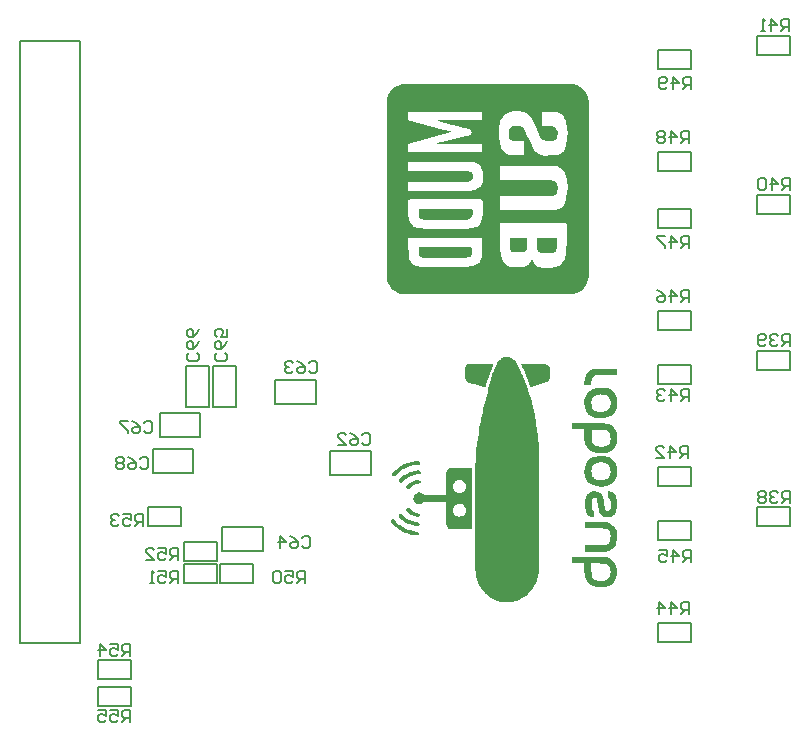
<source format=gbo>
G04*
G04 #@! TF.GenerationSoftware,Altium Limited,Altium Designer,19.1.9 (167)*
G04*
G04 Layer_Color=32896*
%FSLAX25Y25*%
%MOIN*%
G70*
G01*
G75*
%ADD12C,0.00787*%
%ADD14C,0.00700*%
G36*
X204004Y117696D02*
X196967D01*
X196597Y117604D01*
X196319Y117511D01*
X195856Y117141D01*
X195671Y116863D01*
Y116678D01*
X195486Y115937D01*
X195300Y115197D01*
X195208Y114641D01*
Y114456D01*
X192986D01*
Y115197D01*
X193078Y116122D01*
X193263Y117048D01*
X193356Y117326D01*
X193449Y117604D01*
X193541Y117789D01*
Y117882D01*
X194097Y118715D01*
X194745Y119271D01*
X195300Y119548D01*
X195393Y119641D01*
X195486D01*
X196134Y119826D01*
X196689Y119919D01*
X197060D01*
X197245D01*
X204004D01*
Y117696D01*
D02*
G37*
G36*
X180301Y121400D02*
X180671Y121215D01*
X180949Y120937D01*
X181134Y120659D01*
X181412Y120104D01*
Y116771D01*
X181227Y116215D01*
X180949Y115752D01*
X180671Y115567D01*
X180486Y115474D01*
X179838Y115289D01*
X179653Y115197D01*
X179560D01*
X175208Y113900D01*
X174931Y113808D01*
X174838Y113900D01*
X174746Y113993D01*
Y114085D01*
X172708Y119548D01*
X172338Y120289D01*
X172153Y120937D01*
X171968Y121308D01*
X171875Y121493D01*
X171968D01*
X179745D01*
X180301Y121400D01*
D02*
G37*
G36*
X157616Y121493D02*
X158820D01*
X159931D01*
X160857D01*
X161505D01*
X161968D01*
X162153D01*
X162431D01*
X162524D01*
X162616D01*
X162431Y121030D01*
X162061Y119919D01*
X161690Y118993D01*
X161598Y118622D01*
X161505Y118345D01*
X161413Y118159D01*
Y118067D01*
X160857Y116585D01*
X160487Y115382D01*
X160301Y114826D01*
X160209Y114456D01*
X160116Y114178D01*
Y114085D01*
X160024Y113808D01*
X159838D01*
X159653D01*
X159561D01*
X157431Y114363D01*
X156413Y114641D01*
X155487Y114919D01*
X155209Y115011D01*
X154931Y115104D01*
X154746Y115197D01*
X154654D01*
X154191Y115382D01*
X153820Y115659D01*
X153542Y115937D01*
X153357Y116215D01*
X153172Y116771D01*
Y116956D01*
X153079Y117882D01*
Y120196D01*
X153265Y120567D01*
X153450Y120844D01*
X153542Y120937D01*
X154005Y121308D01*
X154468Y121493D01*
X154746Y121585D01*
X154931D01*
X157616Y121493D01*
D02*
G37*
G36*
X199837Y113437D02*
X200393D01*
X200671Y113345D01*
X200763D01*
X201597Y113067D01*
X202245Y112604D01*
X202708Y112048D01*
X203078Y111585D01*
X203356Y111123D01*
X203541Y110660D01*
X203726Y110382D01*
Y110289D01*
X203911Y109641D01*
X204004Y108900D01*
Y107789D01*
X203911Y107326D01*
Y106956D01*
X203819Y106771D01*
Y106678D01*
X203634Y106030D01*
X203263Y105475D01*
X202615Y104641D01*
X201967Y104178D01*
X201782Y103993D01*
X201689D01*
X200578Y103623D01*
X199560Y103438D01*
X199189Y103345D01*
X198911D01*
X198726D01*
X198634D01*
X197800D01*
X197152Y103438D01*
X196689Y103530D01*
X196504D01*
X195763Y103715D01*
X195115Y104086D01*
X194560Y104549D01*
X194097Y104919D01*
X193819Y105382D01*
X193634Y105752D01*
X193449Y106030D01*
Y106123D01*
X193171Y106863D01*
X193078Y107604D01*
X192986Y108252D01*
Y109641D01*
X193078Y109919D01*
Y110011D01*
X193356Y110845D01*
X193819Y111493D01*
X194282Y112048D01*
X194837Y112511D01*
X195300Y112789D01*
X195671Y112974D01*
X195949Y113160D01*
X196041D01*
X196874Y113345D01*
X197708Y113530D01*
X198541D01*
X199282D01*
X199837Y113437D01*
D02*
G37*
G36*
X199560Y101771D02*
X200485Y101586D01*
X200856D01*
X201134Y101493D01*
X201319Y101401D01*
X201411D01*
X201967Y101030D01*
X202522Y100660D01*
X202893Y100197D01*
X203263Y99734D01*
X203448Y99364D01*
X203634Y98993D01*
X203726Y98808D01*
Y98716D01*
X203911Y98067D01*
X204004Y97327D01*
Y96216D01*
X203911Y95753D01*
Y95382D01*
X203819Y95197D01*
Y95104D01*
X203541Y94364D01*
X203171Y93716D01*
X202800Y93160D01*
X202337Y92790D01*
X201967Y92512D01*
X201597Y92327D01*
X201319Y92142D01*
X201226D01*
X200208Y91864D01*
X199189Y91679D01*
X198263D01*
X197430Y91771D01*
X196782Y91864D01*
X196226Y91956D01*
X195856Y92142D01*
X195763D01*
X195300Y92327D01*
X194837Y92605D01*
X194189Y93160D01*
X193819Y93716D01*
X193727Y93808D01*
Y93901D01*
X193263Y94919D01*
X193078Y95845D01*
X192986Y96216D01*
Y99641D01*
X188819D01*
Y101864D01*
X198449D01*
X199560Y101771D01*
D02*
G37*
G36*
X137802Y88994D02*
X138080Y88716D01*
X138265Y88531D01*
Y88438D01*
X138080Y88068D01*
X137802Y87883D01*
X137524Y87790D01*
X137339D01*
X136228Y87697D01*
X134839Y87327D01*
X133635Y86864D01*
X132525Y86308D01*
X131599Y85660D01*
X130858Y85105D01*
X130395Y84642D01*
X130025Y84272D01*
X129932Y84179D01*
X129562Y83994D01*
X129284D01*
X129099D01*
X129006Y84086D01*
X128728Y84364D01*
Y84920D01*
X128821Y85012D01*
X129469Y85660D01*
X130117Y86216D01*
X130488Y86586D01*
X130673Y86771D01*
X131784Y87512D01*
X132895Y88068D01*
X134006Y88438D01*
X135024Y88716D01*
X135858Y88901D01*
X136506Y88994D01*
X136969Y89086D01*
X137154D01*
X137247D01*
X137802Y88994D01*
D02*
G37*
G36*
X137895Y85846D02*
X138080Y85753D01*
X138172Y85660D01*
X138265D01*
X138358Y85475D01*
Y85197D01*
X138080Y84920D01*
X137802Y84827D01*
X137524Y84734D01*
X137432D01*
X136969Y84642D01*
X136506Y84549D01*
X136228Y84457D01*
X136135D01*
X135302Y84179D01*
X134561Y83808D01*
X133913Y83438D01*
X133358Y82975D01*
X132895Y82605D01*
X132525Y82327D01*
X132339Y82142D01*
X132247Y82049D01*
X131876Y81864D01*
X131691D01*
X131506Y81957D01*
X131413Y82049D01*
X131228Y82327D01*
Y82790D01*
X131321Y82883D01*
X131969Y83623D01*
X132802Y84364D01*
X133728Y84920D01*
X134654Y85290D01*
X135395Y85568D01*
X136135Y85753D01*
X136691Y85846D01*
X137154Y85938D01*
X137247D01*
X137709D01*
X137895Y85846D01*
D02*
G37*
G36*
X199652Y90660D02*
X200115D01*
X200485Y90568D01*
X200578D01*
X201319Y90382D01*
X201967Y90012D01*
X202522Y89549D01*
X202893Y89086D01*
X203263Y88716D01*
X203448Y88345D01*
X203634Y88068D01*
Y87975D01*
X203819Y87234D01*
X203911Y86494D01*
X204004Y85846D01*
Y85197D01*
X203911Y84734D01*
Y84364D01*
X203819Y84086D01*
Y83994D01*
X203634Y83346D01*
X203263Y82790D01*
X202893Y82327D01*
X202615Y81957D01*
X201967Y81494D01*
X201782Y81309D01*
X201689D01*
X200485Y80846D01*
X199467Y80660D01*
X199097Y80568D01*
X198726D01*
X198541D01*
X198449D01*
X197060Y80753D01*
X195949Y80938D01*
X195115Y81309D01*
X194560Y81679D01*
X194467Y81772D01*
X194375Y81864D01*
X193819Y82512D01*
X193541Y83068D01*
X193356Y83531D01*
X193263Y83623D01*
Y83716D01*
X193078Y84457D01*
X192986Y85197D01*
Y85938D01*
X193078Y86586D01*
X193171Y87142D01*
X193263Y87512D01*
X193356Y87697D01*
X193541Y88345D01*
X193912Y88901D01*
X194282Y89364D01*
X194652Y89734D01*
X195023Y90012D01*
X195393Y90197D01*
X195578Y90382D01*
X195671D01*
X196597Y90568D01*
X197430Y90753D01*
X198263D01*
X199004D01*
X199652Y90660D01*
D02*
G37*
G36*
X137987Y82697D02*
X138172Y82512D01*
X138358Y82327D01*
Y82235D01*
X138265Y81864D01*
X137987Y81679D01*
X137709Y81586D01*
X137617D01*
X136784Y81401D01*
X136043Y81123D01*
X135580Y80753D01*
X135395Y80660D01*
X134654Y79920D01*
X134284Y79735D01*
X134006Y79827D01*
X133821Y79920D01*
X133728Y80012D01*
X133543Y80290D01*
Y80475D01*
X133635Y80660D01*
X133728Y80753D01*
X134284Y81401D01*
X134932Y81864D01*
X135580Y82235D01*
X136135Y82420D01*
X136691Y82605D01*
X137154Y82697D01*
X137432Y82790D01*
X137524D01*
X137987Y82697D01*
D02*
G37*
G36*
X155579Y66402D02*
X148172D01*
X147709Y66587D01*
X147617Y66679D01*
X147524D01*
X147061Y67327D01*
X146783Y67976D01*
X146691Y68439D01*
Y75568D01*
X146598D01*
X139839D01*
X139561Y75475D01*
X139469D01*
X138913Y75012D01*
X138358Y74827D01*
X137987Y74735D01*
X137802D01*
X137061Y74920D01*
X136598Y75290D01*
X136321Y75661D01*
X136228Y75753D01*
Y75846D01*
X136043Y76216D01*
X135950Y76494D01*
X136043Y77142D01*
X136135Y77512D01*
X136228Y77698D01*
X136691Y78161D01*
X137247Y78438D01*
X137617Y78623D01*
X137709D01*
X137802D01*
X138450Y78531D01*
X138913Y78346D01*
X139284Y78068D01*
X139376Y77975D01*
X139654Y77790D01*
X139839Y77698D01*
X139932D01*
X140024D01*
X146691D01*
Y84549D01*
X146876Y85105D01*
X146968Y85475D01*
X147061Y85846D01*
X147154Y85938D01*
X147432Y86494D01*
X147894Y86771D01*
X148172Y86864D01*
X148357D01*
X155209D01*
X155487D01*
X155579D01*
Y66402D01*
D02*
G37*
G36*
X201967Y78809D02*
X202337Y78716D01*
X202522Y78623D01*
X203078Y78161D01*
X203356Y77605D01*
X203541Y77142D01*
X203634Y76957D01*
X203911Y75661D01*
Y73994D01*
X203819Y73624D01*
Y73346D01*
X203634Y72698D01*
X203448Y72142D01*
X203263Y71772D01*
X203171Y71587D01*
X202708Y71031D01*
X202245Y70753D01*
X201874Y70568D01*
X201782Y70476D01*
X201134Y70383D01*
X200578Y70290D01*
X200208Y70383D01*
X200023D01*
X199467Y70568D01*
X199004Y70753D01*
X198356Y71309D01*
X197986Y71864D01*
X197893Y71957D01*
Y72050D01*
X197708Y72975D01*
X197615Y73716D01*
X197523Y74272D01*
Y74457D01*
X197337Y76216D01*
X197245Y76494D01*
X197060Y76679D01*
X196782Y76864D01*
X196412D01*
X196319D01*
X195763Y76679D01*
X195486Y76401D01*
X195393Y76124D01*
Y73439D01*
X195578Y72975D01*
X195856Y72698D01*
X196134Y72513D01*
X196319D01*
Y70383D01*
X195763D01*
X195300Y70476D01*
X194560Y70846D01*
X194097Y71216D01*
X194004Y71309D01*
Y71402D01*
X193634Y72142D01*
X193356Y72883D01*
X193171Y73346D01*
Y73531D01*
X193078Y74642D01*
X193171Y75661D01*
X193263Y76031D01*
Y76309D01*
X193356Y76494D01*
Y76587D01*
X193541Y77142D01*
X193819Y77698D01*
X194004Y78068D01*
X194097Y78161D01*
X194560Y78531D01*
X195023Y78809D01*
X195393Y78994D01*
X195486D01*
X195578D01*
X195949D01*
X196319D01*
X196597D01*
X196689D01*
X197245Y78901D01*
X197615Y78809D01*
X198263Y78438D01*
X198726Y78068D01*
X198819Y77883D01*
X199189Y76957D01*
X199467Y76216D01*
X199560Y75568D01*
Y75383D01*
X199745Y73253D01*
X200023Y72790D01*
X200300Y72605D01*
X200671Y72513D01*
X200763D01*
X201134Y72605D01*
X201319Y72698D01*
X201597Y73161D01*
X201689Y73531D01*
Y73716D01*
X201782Y75475D01*
X201689Y75846D01*
X201597Y76216D01*
X201226Y76679D01*
X200949Y76864D01*
X200763Y76957D01*
Y78994D01*
X201411D01*
X201967Y78809D01*
D02*
G37*
G36*
X134747Y73346D02*
X134839Y73161D01*
X134932D01*
X135580Y72605D01*
X136228Y72142D01*
X136876Y71864D01*
X137339Y71772D01*
X137432D01*
X137524D01*
X137895Y71587D01*
X137987Y71494D01*
X138080D01*
X138172Y71309D01*
Y71031D01*
X137987Y70753D01*
X137709Y70661D01*
X137432Y70568D01*
X137339D01*
X136413Y70753D01*
X135302Y71216D01*
X134469Y71772D01*
X133913Y72327D01*
X133821Y72420D01*
X133728Y72513D01*
X133635Y72790D01*
Y72975D01*
X133728Y73161D01*
Y73253D01*
X133913Y73439D01*
X134098Y73531D01*
X134191D01*
X134284D01*
X134747Y73346D01*
D02*
G37*
G36*
X131969Y71494D02*
X132154Y71402D01*
X132247Y71309D01*
X133080Y70476D01*
X133913Y69920D01*
X134469Y69457D01*
X134654Y69365D01*
X134747D01*
X135672Y68994D01*
X136506Y68809D01*
X136876Y68716D01*
X137061Y68624D01*
X137247D01*
X137339D01*
X137802Y68439D01*
X137987Y68253D01*
X138080Y68068D01*
Y67976D01*
X137895Y67605D01*
X137524Y67513D01*
X137247Y67420D01*
X137061D01*
X136876D01*
X135672Y67698D01*
X134561Y68068D01*
X133543Y68531D01*
X132802Y69087D01*
X132154Y69550D01*
X131599Y70013D01*
X131321Y70290D01*
X131228Y70383D01*
X131136Y70661D01*
Y71031D01*
X131228Y71402D01*
X131321Y71494D01*
X131691Y71587D01*
X131969Y71494D01*
D02*
G37*
G36*
X129654Y69550D02*
X129747Y69457D01*
X130302Y68809D01*
X130858Y68253D01*
X131321Y67883D01*
X131413Y67791D01*
X131506D01*
X132432Y67142D01*
X133358Y66587D01*
X134376Y66216D01*
X135210Y65939D01*
X136043Y65754D01*
X136598Y65661D01*
X136969Y65568D01*
X137154D01*
X137524Y65383D01*
X137617Y65198D01*
X137709D01*
X137802Y65013D01*
X137895Y64828D01*
X137802Y64735D01*
X137339Y64365D01*
X137154Y64272D01*
X136969D01*
X136876D01*
X136784D01*
X136043Y64365D01*
X135395Y64457D01*
X134932Y64550D01*
X134747Y64642D01*
X133450Y65013D01*
X132432Y65476D01*
X131969Y65754D01*
X131691Y65939D01*
X131506Y66031D01*
X131413Y66124D01*
X130302Y66957D01*
X129469Y67698D01*
X129099Y67976D01*
X128821Y68253D01*
X128728Y68346D01*
X128636Y68439D01*
X128451Y68901D01*
Y69272D01*
X128543Y69457D01*
X128636Y69550D01*
X129099Y69642D01*
X129469D01*
X129654Y69550D01*
D02*
G37*
G36*
X199374Y68809D02*
X199930Y68716D01*
X200300Y68624D01*
X200485D01*
X201134Y68439D01*
X201689Y68161D01*
X202522Y67513D01*
X203078Y66957D01*
X203171Y66772D01*
X203263Y66679D01*
X203726Y65754D01*
X203911Y64920D01*
X204004Y64550D01*
Y63346D01*
X203911Y62698D01*
X203634Y61680D01*
X203448Y61309D01*
X203356Y61031D01*
X203171Y60846D01*
Y60754D01*
X202708Y60198D01*
X202152Y59735D01*
X201597Y59365D01*
X201134Y59180D01*
X200671Y58994D01*
X200300Y58902D01*
X200023D01*
X199930D01*
X197523Y58809D01*
X196412D01*
X195486D01*
X194652D01*
X194004D01*
X193634D01*
X193449D01*
X193171Y58994D01*
X193078Y59087D01*
Y60939D01*
X196319D01*
X197523D01*
X198634D01*
X199004Y61031D01*
X199374D01*
X199560D01*
X199652D01*
X200300Y61124D01*
X200671Y61309D01*
X200949Y61494D01*
X201041Y61587D01*
X201319Y62050D01*
X201504Y62513D01*
X201597Y62883D01*
Y63068D01*
X201689Y64365D01*
X201597Y64920D01*
X201504Y65383D01*
X201411Y65661D01*
X201319Y65754D01*
X201041Y66124D01*
X200671Y66309D01*
X200393Y66494D01*
X200300D01*
X199652Y66587D01*
X199097Y66679D01*
X198634D01*
X198449D01*
X196504D01*
X195578D01*
X194745D01*
X194097D01*
X193541D01*
X193171D01*
X193078D01*
Y68253D01*
X193171Y68624D01*
X193356Y68809D01*
X193634Y68901D01*
X193727D01*
X198726D01*
X199374Y68809D01*
D02*
G37*
G36*
X199745Y57050D02*
X200300Y56957D01*
X200393D01*
X200485D01*
X201319Y56680D01*
X201967Y56309D01*
X202522Y55846D01*
X202893Y55383D01*
X203263Y54921D01*
X203448Y54550D01*
X203634Y54272D01*
Y54180D01*
X203911Y52976D01*
Y51495D01*
X203819Y51217D01*
Y50939D01*
X203634Y50013D01*
X203263Y49273D01*
X202800Y48624D01*
X202337Y48161D01*
X201874Y47791D01*
X201504Y47606D01*
X201226Y47421D01*
X201134D01*
X199652Y47050D01*
X198911D01*
X198356Y46958D01*
X197800D01*
X197430Y47050D01*
X197152D01*
X197060D01*
X196041Y47328D01*
X195300Y47698D01*
X194745Y48069D01*
X194652Y48161D01*
X194560Y48254D01*
X193819Y48995D01*
X193356Y49735D01*
X193171Y50291D01*
X193078Y50476D01*
Y51587D01*
X192986Y52050D01*
Y55013D01*
X188819D01*
Y57050D01*
X198263Y57143D01*
X199097D01*
X199745Y57050D01*
D02*
G37*
G36*
X168820Y123437D02*
X169561Y122881D01*
X170023Y122419D01*
X170116Y122326D01*
X170209Y122233D01*
X170949Y120752D01*
X171598Y119456D01*
X171783Y118900D01*
X171968Y118530D01*
X172153Y118252D01*
Y118159D01*
X174097Y113160D01*
X174653Y111585D01*
X174931Y110845D01*
X175116Y110197D01*
X175301Y109641D01*
X175486Y109271D01*
X175579Y108993D01*
Y108900D01*
X175949Y107049D01*
X176134Y106215D01*
X176320Y105382D01*
X176412Y104734D01*
X176505Y104271D01*
X176597Y103901D01*
Y103808D01*
X176783Y102419D01*
X176968Y101215D01*
Y100752D01*
X177060Y100382D01*
Y100104D01*
X177708Y93623D01*
X177894Y90475D01*
X177986Y89364D01*
Y87512D01*
X177894Y80475D01*
Y53254D01*
X177801Y52698D01*
Y52143D01*
X177523Y50754D01*
X177245Y49550D01*
X177060Y48995D01*
X176875Y48624D01*
X176783Y48439D01*
Y48347D01*
X176320Y47421D01*
X175764Y46587D01*
X175208Y45939D01*
X174653Y45291D01*
X174190Y44736D01*
X173727Y44365D01*
X173449Y44180D01*
X173357Y44087D01*
X172246Y43347D01*
X171227Y42791D01*
X170857Y42606D01*
X170486Y42421D01*
X170301Y42328D01*
X170209D01*
X168820Y42050D01*
X167709Y41958D01*
X167246D01*
X166875D01*
X166690D01*
X166598D01*
X165301Y42143D01*
X164283Y42421D01*
X163820Y42513D01*
X163542Y42699D01*
X163357Y42791D01*
X163264D01*
X161783Y43532D01*
X161227Y43995D01*
X160672Y44365D01*
X160209Y44736D01*
X159931Y45106D01*
X159746Y45291D01*
X159653Y45384D01*
X159098Y46032D01*
X158635Y46680D01*
X158357Y47050D01*
X158265Y47236D01*
X157616Y48439D01*
X157246Y49643D01*
X156876Y50846D01*
X156691Y51958D01*
X156598Y52791D01*
X156505Y53532D01*
Y81309D01*
X156598Y86494D01*
X156783Y90475D01*
Y91216D01*
X156876Y91956D01*
X156968Y92419D01*
Y92605D01*
X157709Y98345D01*
X157987Y100104D01*
X158172Y100938D01*
X158265Y101678D01*
X158357Y102234D01*
X158450Y102697D01*
X158542Y103067D01*
Y103160D01*
X159005Y105567D01*
X159283Y106586D01*
X159561Y107604D01*
X159746Y108438D01*
X159838Y109086D01*
X160024Y109456D01*
Y109641D01*
X160672Y112048D01*
X160950Y113160D01*
X161227Y114178D01*
X161413Y115011D01*
X161598Y115659D01*
X161783Y116030D01*
Y116215D01*
X162338Y118252D01*
X162709Y119178D01*
X163079Y120011D01*
X163357Y120659D01*
X163635Y121122D01*
X163727Y121493D01*
X163820Y121585D01*
X164283Y122326D01*
X164838Y122881D01*
X165209Y123252D01*
X165301Y123345D01*
X165394D01*
X165857Y123622D01*
X166320Y123807D01*
X167060Y123900D01*
X167709D01*
X167801D01*
X167894D01*
X168820Y123437D01*
D02*
G37*
G36*
X190580Y214311D02*
X191034Y214117D01*
X191422Y213922D01*
X191747Y213728D01*
X192006Y213598D01*
X192135Y213533D01*
X192200Y213469D01*
X192589Y213145D01*
X192978Y212756D01*
X193497Y211978D01*
X193626Y211589D01*
X193756Y211330D01*
X193885Y211135D01*
Y211071D01*
X194080Y210422D01*
X194209Y209904D01*
X194274Y209450D01*
X194339Y209386D01*
Y150279D01*
X194080Y149307D01*
X193821Y148529D01*
X193691Y148205D01*
X193561Y147946D01*
X193497Y147816D01*
Y147751D01*
X192978Y146909D01*
X192459Y146326D01*
X192071Y146001D01*
X191941Y145872D01*
X191876D01*
X191098Y145418D01*
X190321Y145094D01*
X189997Y144964D01*
X189737Y144900D01*
X189608Y144835D01*
X189543D01*
X131927D01*
X130825Y145224D01*
X130371Y145418D01*
X129983Y145677D01*
X129723Y145807D01*
X129464Y146001D01*
X129335Y146066D01*
X129270Y146131D01*
X128557Y146844D01*
X128038Y147622D01*
X127844Y147946D01*
X127714Y148205D01*
X127585Y148399D01*
Y148464D01*
X127261Y149566D01*
Y210034D01*
X127520Y210876D01*
X127844Y211654D01*
X128038Y211913D01*
X128103Y212108D01*
X128233Y212237D01*
Y212302D01*
X128816Y213015D01*
X129399Y213533D01*
X129659Y213728D01*
X129918Y213858D01*
X130048Y213987D01*
X130112D01*
X130760Y214246D01*
X131344Y214506D01*
X131732Y214635D01*
X131797Y214700D01*
X131862D01*
X137241D01*
X142621D01*
X147870D01*
X153055D01*
X158045D01*
X162777D01*
X165045D01*
X167313D01*
X169452D01*
X171526D01*
X173470D01*
X175415D01*
X177164D01*
X178914D01*
X180470D01*
X181960D01*
X183321D01*
X184553D01*
X185719D01*
X186691D01*
X187534D01*
X188247D01*
X188830D01*
X189219D01*
X189478D01*
X189543D01*
X190580Y214311D01*
D02*
G37*
%LPC*%
G36*
X198541Y111308D02*
X198449D01*
X197708Y111215D01*
X197060Y111030D01*
X196689Y110937D01*
X196504Y110845D01*
X195856Y110382D01*
X195578Y109826D01*
X195393Y109456D01*
Y109271D01*
X195300Y108530D01*
X195393Y107882D01*
X195486Y107419D01*
Y107234D01*
X195671Y106771D01*
X195949Y106308D01*
X196226Y106030D01*
X196597Y105845D01*
X197152Y105660D01*
X197245Y105567D01*
X197337D01*
X198263Y105475D01*
X199189Y105567D01*
X199467Y105660D01*
X199745D01*
X199930Y105752D01*
X200023D01*
X200485Y105938D01*
X200856Y106123D01*
X201319Y106678D01*
X201504Y107234D01*
X201597Y107326D01*
Y107419D01*
X201689Y108252D01*
Y108900D01*
X201597Y109456D01*
X201504Y109549D01*
Y109641D01*
X201319Y110104D01*
X201041Y110475D01*
X200393Y110937D01*
X199930Y111123D01*
X199745Y111215D01*
X199652D01*
X199189D01*
X198819D01*
X198541Y111308D01*
D02*
G37*
G36*
X198078Y99549D02*
X197430D01*
X196689D01*
X196226D01*
X195763D01*
X195486D01*
X195393D01*
Y95938D01*
X195486Y95382D01*
X195671Y95012D01*
X196041Y94642D01*
X196319Y94364D01*
X197060Y94086D01*
X197245Y93993D01*
X197337D01*
X198356Y93808D01*
X199189Y93901D01*
X199560Y93993D01*
X199837D01*
X199930Y94086D01*
X200023D01*
X200763Y94364D01*
X201134Y94827D01*
X201411Y95197D01*
X201504Y95290D01*
Y95382D01*
X201597Y95938D01*
X201689Y96493D01*
X201597Y97419D01*
Y97790D01*
X201504Y98067D01*
X201411Y98253D01*
Y98345D01*
X201226Y98716D01*
X200949Y98993D01*
X200393Y99271D01*
X199930Y99456D01*
X199837D01*
X199745D01*
X198078Y99549D01*
D02*
G37*
G36*
X198726Y88623D02*
X197800D01*
X197523Y88531D01*
X197245D01*
X197060Y88438D01*
X196967D01*
X196504Y88253D01*
X196134Y87975D01*
X195671Y87327D01*
X195486Y86771D01*
X195393Y86586D01*
Y86494D01*
X195300Y85846D01*
X195393Y85290D01*
X195486Y84920D01*
Y84734D01*
X195671Y84179D01*
X195856Y83808D01*
X196041Y83623D01*
X196134Y83531D01*
X196504Y83253D01*
X196874Y83068D01*
X197245Y82883D01*
X197430D01*
X197800Y82790D01*
X198171D01*
X198541D01*
X198634D01*
X199097D01*
X199560Y82883D01*
X199930Y82975D01*
X200023Y83068D01*
X200485Y83253D01*
X200856Y83438D01*
X201319Y83901D01*
X201504Y84364D01*
X201597Y84457D01*
Y84549D01*
X201689Y85475D01*
X201597Y86216D01*
X201504Y86771D01*
Y86957D01*
X201319Y87327D01*
X201134Y87697D01*
X200578Y88160D01*
X200023Y88438D01*
X199930Y88531D01*
X199837D01*
X198726Y88623D01*
D02*
G37*
G36*
X151505Y82790D02*
X151320D01*
X150672Y82697D01*
X150117Y82512D01*
X149839Y82327D01*
X149746Y82235D01*
X149376Y81772D01*
X149283Y81309D01*
X149191Y80938D01*
Y80105D01*
X149468Y79549D01*
X149654Y79179D01*
X149746Y79086D01*
X150209Y78716D01*
X150765Y78438D01*
X151228Y78346D01*
X151320D01*
X151413D01*
X151968Y78531D01*
X152431Y78716D01*
X152802Y78994D01*
X152894Y79086D01*
X153172Y79549D01*
X153357Y80105D01*
X153450Y80383D01*
Y80568D01*
X153357Y81216D01*
X153172Y81772D01*
X152987Y82142D01*
X152894Y82235D01*
X152431Y82512D01*
X151876Y82697D01*
X151505Y82790D01*
D02*
G37*
G36*
Y74920D02*
X151320D01*
X150672Y74827D01*
X150117Y74550D01*
X149839Y74364D01*
X149746Y74272D01*
X149376Y73716D01*
X149283Y73253D01*
X149191Y72883D01*
Y72698D01*
X149283Y72050D01*
X149468Y71587D01*
X149654Y71309D01*
X149746Y71216D01*
X150209Y70846D01*
X150765Y70661D01*
X151135Y70568D01*
X151228D01*
X151320D01*
X151968Y70661D01*
X152431Y70846D01*
X152802Y71031D01*
X152894Y71124D01*
X153172Y71587D01*
X153357Y72142D01*
X153450Y72605D01*
Y72790D01*
X153357Y73346D01*
X153172Y73809D01*
X152987Y74179D01*
X152894Y74272D01*
X152339Y74642D01*
X151876Y74827D01*
X151505Y74920D01*
D02*
G37*
G36*
X197893Y55013D02*
X197523D01*
X197245D01*
X197152D01*
X197060D01*
X196412D01*
X195856D01*
X195486D01*
X195300D01*
Y52513D01*
X195393Y52050D01*
Y51402D01*
X195486Y50846D01*
X195578Y50476D01*
X196134Y49828D01*
X196597Y49458D01*
X196782Y49365D01*
X196874D01*
X197430Y49180D01*
X198078Y49087D01*
X199097Y49180D01*
X199467D01*
X199837Y49273D01*
X200023Y49365D01*
X200115D01*
X200856Y49735D01*
X201319Y50291D01*
X201504Y50846D01*
X201597Y50939D01*
Y51032D01*
X201689Y51958D01*
X201597Y52791D01*
X201504Y53439D01*
X201411Y53532D01*
Y53624D01*
X201134Y53995D01*
X200949Y54272D01*
X200393Y54643D01*
X199930Y54828D01*
X199745D01*
X198726Y54921D01*
X197893Y55013D01*
D02*
G37*
G36*
X158953Y205497D02*
X134260D01*
Y203747D01*
X134325Y203423D01*
Y202969D01*
X134390Y202840D01*
X134455Y202775D01*
X134519Y202710D01*
X134584D01*
X134908Y202580D01*
X135038Y202516D01*
X135103D01*
X146120Y199599D01*
X148583Y198951D01*
X148648Y198692D01*
X134325Y194933D01*
Y191952D01*
X158953D01*
Y194738D01*
X144046D01*
X143982Y195063D01*
X146704Y195711D01*
X148194Y196099D01*
X149620Y196488D01*
X150981Y196877D01*
X152213Y197136D01*
X153250Y197396D01*
X153638Y197525D01*
X154027Y197590D01*
X154351Y197655D01*
X154546Y197720D01*
X154675Y197785D01*
X154740D01*
X154999Y197914D01*
X155194Y198044D01*
X155323Y198368D01*
X155388Y198692D01*
Y198822D01*
X155323Y199210D01*
Y199405D01*
X155194Y199534D01*
X154999Y199664D01*
X154805Y199729D01*
X154740D01*
X152796Y200247D01*
X150916Y200701D01*
X149166Y201155D01*
X147546Y201544D01*
X146898Y201738D01*
X146250Y201932D01*
X145667Y202062D01*
X145213Y202192D01*
X144824Y202321D01*
X144565Y202386D01*
X144370Y202451D01*
X144306D01*
X144176Y202516D01*
X144111Y202580D01*
X144046Y202710D01*
Y202775D01*
X158953D01*
Y205497D01*
D02*
G37*
G36*
X171720Y205627D02*
X171396D01*
X171267D01*
X170489D01*
X169841D01*
X169582D01*
X169387D01*
X169257D01*
X169193D01*
X168221Y205497D01*
X167378Y205238D01*
X166730Y204849D01*
X166211Y204330D01*
X165823Y203877D01*
X165498Y203488D01*
X165369Y203229D01*
X165304Y203099D01*
X164980Y202192D01*
X164786Y201284D01*
X164656Y200442D01*
X164526Y199599D01*
Y197979D01*
X164591Y196488D01*
X164721Y195840D01*
X164850Y195257D01*
X164915Y194738D01*
X165045Y194350D01*
X165174Y193961D01*
X165239Y193702D01*
X165304Y193572D01*
Y193507D01*
X165758Y192665D01*
X166406Y192016D01*
X167054Y191563D01*
X167702Y191239D01*
X168285Y191109D01*
X168804Y190980D01*
X169128D01*
X169193D01*
X169257D01*
X172174D01*
X172304D01*
X172368Y191044D01*
X172433Y191109D01*
X172498Y191174D01*
X172628Y191239D01*
X172693Y191368D01*
Y195775D01*
X169841D01*
X169128Y195840D01*
X168609Y196035D01*
X168285Y196229D01*
X168221Y196294D01*
X167896Y196748D01*
X167767Y197331D01*
X167702Y197590D01*
Y198562D01*
X167767Y199081D01*
X167832Y199405D01*
Y199534D01*
X167961Y199923D01*
X168221Y200247D01*
X168480Y200442D01*
X168739Y200571D01*
X168998Y200701D01*
X169193Y200766D01*
X169322D01*
X169387D01*
X169646D01*
X170294D01*
X170878D01*
X171331D01*
X171655Y200701D01*
X171915Y200636D01*
X172109Y200571D01*
X172174Y200507D01*
X172239D01*
X172498Y200312D01*
X172757Y199988D01*
X173211Y199210D01*
X173405Y198822D01*
X173535Y198562D01*
X173600Y198303D01*
X173665Y198238D01*
X174442Y196488D01*
X174766Y195711D01*
X175090Y194998D01*
X175415Y194350D01*
X175609Y193896D01*
X175739Y193637D01*
X175803Y193507D01*
X176063Y192989D01*
X176322Y192600D01*
X176970Y191952D01*
X177683Y191433D01*
X178396Y191174D01*
X178979Y190980D01*
X179498Y190915D01*
X179886D01*
X179951D01*
X180016D01*
X181247Y190980D01*
X181831D01*
X182349D01*
X182738D01*
X183062D01*
X183321D01*
X183386D01*
X184164Y191109D01*
X184812Y191433D01*
X185330Y191757D01*
X185719Y192146D01*
X186043Y192535D01*
X186238Y192859D01*
X186367Y193118D01*
X186432Y193183D01*
X186756Y194090D01*
X186951Y194998D01*
X187145Y195840D01*
X187275Y196683D01*
X187339Y198368D01*
X187210Y199794D01*
X187145Y200442D01*
X187080Y201025D01*
X186951Y201544D01*
X186886Y201997D01*
X186756Y202386D01*
X186691Y202645D01*
X186627Y202775D01*
Y202840D01*
X186238Y203682D01*
X185719Y204330D01*
X185201Y204784D01*
X184553Y205173D01*
X184034Y205367D01*
X183581Y205497D01*
X183256Y205562D01*
X183127D01*
X181571D01*
X180859D01*
X180210D01*
X179627D01*
X179238D01*
X178914D01*
X178849D01*
Y200766D01*
X181895D01*
X182544Y200701D01*
X182997Y200507D01*
X183386Y200247D01*
X183645Y199923D01*
X183840Y199599D01*
X183969Y199275D01*
X184034Y199081D01*
Y198173D01*
X183969Y197525D01*
X183905Y197201D01*
Y197007D01*
X183840Y196877D01*
Y196812D01*
X183775Y196618D01*
X183645Y196424D01*
X183581Y196359D01*
X183516Y196294D01*
X183127Y196035D01*
X182608Y195840D01*
X182155Y195711D01*
X181701D01*
X181312Y195646D01*
X180988Y195711D01*
X180794D01*
X180729D01*
X180146Y195840D01*
X179627Y196035D01*
X179174Y196229D01*
X178849Y196488D01*
X178655Y196683D01*
X178461Y196877D01*
X178331Y197007D01*
Y197072D01*
X177553Y198822D01*
X177229Y199664D01*
X176905Y200377D01*
X176646Y200960D01*
X176451Y201479D01*
X176322Y201738D01*
X176257Y201868D01*
X175998Y202386D01*
X175739Y202840D01*
X175544Y203099D01*
X175479Y203229D01*
X175220Y203682D01*
X174896Y204071D01*
X174248Y204719D01*
X173535Y205108D01*
X172887Y205367D01*
X172239Y205562D01*
X171720Y205627D01*
D02*
G37*
G36*
X154870Y188906D02*
X154675D01*
X154611D01*
X154546D01*
X150852D01*
X147287D01*
X145602D01*
X143982D01*
X142426D01*
X140936D01*
X139639D01*
X138408D01*
X137371D01*
X136464D01*
X135751D01*
X135232D01*
X134908D01*
X134779D01*
X134455Y188841D01*
X134390D01*
X134325D01*
Y185860D01*
X152990D01*
X153574D01*
X154027Y185795D01*
X154416Y185730D01*
X154481D01*
X154546D01*
X154999Y185536D01*
X155388Y185276D01*
X155583Y185017D01*
X155777Y184693D01*
X155842Y184369D01*
X155907Y184110D01*
Y183850D01*
X155777Y183397D01*
X155583Y183008D01*
X155323Y182749D01*
X154999Y182554D01*
X154740Y182360D01*
X154481Y182295D01*
X154351Y182230D01*
X154286D01*
X153444D01*
X152796D01*
X152472D01*
X152277D01*
X152148D01*
X152083D01*
X134325D01*
Y179249D01*
X135362D01*
X138862D01*
X142232Y179184D01*
X143852D01*
X145407D01*
X146898D01*
X148259D01*
X149490D01*
X150657D01*
X151629D01*
X152472D01*
X153185D01*
X153638D01*
X153962D01*
X154092D01*
X155129Y179249D01*
X155583Y179314D01*
X155972Y179378D01*
X156296Y179508D01*
X156555Y179573D01*
X156749Y179638D01*
X156814D01*
X157462Y179962D01*
X158045Y180351D01*
X158434Y180869D01*
X158758Y181323D01*
X158953Y181776D01*
X159082Y182165D01*
X159147Y182425D01*
Y182489D01*
X159212Y183462D01*
X159277Y184369D01*
X159212Y184693D01*
Y185211D01*
X159147Y185730D01*
X158953Y186184D01*
X158564Y186961D01*
X158369Y187285D01*
X158175Y187545D01*
X158110Y187674D01*
X158045Y187739D01*
X157462Y188128D01*
X156944Y188452D01*
X156555Y188582D01*
X156490Y188646D01*
X156425D01*
X155712Y188776D01*
X155129Y188841D01*
X154870Y188906D01*
D02*
G37*
G36*
X183127Y187480D02*
X182997D01*
X179627D01*
X176387D01*
X174896D01*
X173405D01*
X171979D01*
X170683D01*
X169452D01*
X168350D01*
X167378D01*
X166600D01*
X165952D01*
X165434D01*
X165174D01*
X165045D01*
X164915Y187415D01*
X164850D01*
Y182619D01*
X181507D01*
X182025D01*
X182479Y182554D01*
X182738D01*
X182868D01*
X183256Y182360D01*
X183516Y182101D01*
X183710Y181841D01*
X183775Y181712D01*
X183969Y181064D01*
X184099Y180415D01*
Y179832D01*
X183969Y179314D01*
X183905Y178860D01*
X183775Y178536D01*
X183710Y178277D01*
X183645Y178212D01*
X183386Y177953D01*
X183127Y177758D01*
X182932Y177629D01*
X182868D01*
X182479Y177564D01*
X182090D01*
X181831D01*
X181766D01*
X164850D01*
Y172638D01*
X181895D01*
X182738Y172703D01*
X183451Y172768D01*
X184034Y172962D01*
X184553Y173092D01*
X184941Y173286D01*
X185201Y173481D01*
X185395Y173546D01*
X185460Y173610D01*
X185849Y173999D01*
X186173Y174518D01*
X186432Y175036D01*
X186627Y175555D01*
X186756Y176008D01*
X186886Y176397D01*
X186951Y176656D01*
Y176786D01*
X187210Y178342D01*
X187275Y179054D01*
X187339Y179703D01*
Y180999D01*
X187275Y181776D01*
X187210Y182489D01*
X187015Y183138D01*
X186886Y183786D01*
X186756Y184304D01*
X186627Y184693D01*
X186497Y184952D01*
Y185017D01*
X186043Y185795D01*
X185525Y186443D01*
X184941Y186832D01*
X184358Y187156D01*
X183840Y187350D01*
X183386Y187415D01*
X183127Y187480D01*
D02*
G37*
G36*
X158434Y176268D02*
X158305D01*
X135038D01*
X134584Y176203D01*
X134390D01*
X134325D01*
X134260Y173157D01*
Y172055D01*
X134325Y171601D01*
Y170759D01*
X134390Y170500D01*
Y170240D01*
X134519Y169592D01*
X134714Y169074D01*
X134908Y168620D01*
X135168Y168231D01*
X135362Y167972D01*
X135556Y167778D01*
X135686Y167648D01*
X135751Y167583D01*
X136140Y167259D01*
X136658Y167000D01*
X137112Y166870D01*
X137565Y166741D01*
X137954Y166676D01*
X138278Y166611D01*
X138538D01*
X138602D01*
X140093Y166546D01*
X141519D01*
X142815D01*
X143982D01*
X145019D01*
X145407D01*
X145796D01*
X146055D01*
X146250D01*
X146380D01*
X146444D01*
X147870D01*
X149231D01*
X150463D01*
X151629D01*
X152601D01*
X152990D01*
X153314D01*
X153574D01*
X153768D01*
X153898D01*
X153962D01*
X154870Y166611D01*
X155712Y166741D01*
X156036Y166870D01*
X156296Y166935D01*
X156425Y167000D01*
X156490D01*
X157008Y167259D01*
X157462Y167583D01*
X157786Y167907D01*
X158045Y168166D01*
X158240Y168426D01*
X158369Y168685D01*
X158499Y168815D01*
Y168879D01*
X158823Y169787D01*
X158953Y170629D01*
X159018Y171018D01*
Y175749D01*
X158953Y175944D01*
X158694Y176203D01*
X158434Y176268D01*
D02*
G37*
G36*
X158953Y163435D02*
X154351D01*
X152148D01*
X149944D01*
X147805D01*
X145731D01*
X143787D01*
X141972D01*
X140287D01*
X138797D01*
X137501D01*
X136334D01*
X135427D01*
X134779D01*
X134519D01*
X134325D01*
X134260D01*
X134195D01*
X134260Y162204D01*
Y161037D01*
X134325Y159935D01*
X134390Y158899D01*
X134455Y158056D01*
X134519Y157473D01*
X134584Y157213D01*
Y156889D01*
X134649Y156436D01*
X134843Y155982D01*
X135297Y155334D01*
X135492Y155075D01*
X135686Y154880D01*
X135816Y154816D01*
X135880Y154751D01*
X136334Y154491D01*
X136788Y154232D01*
X137695Y153973D01*
X138084Y153908D01*
X138408Y153843D01*
X138602D01*
X138667D01*
X139445Y153779D01*
X140093D01*
X140417D01*
X140612D01*
X140741D01*
X140806D01*
X143204D01*
X145602D01*
X147805D01*
X148778D01*
X149750D01*
X150657Y153843D01*
X151435D01*
X152083D01*
X152731D01*
X153185D01*
X153509D01*
X153768D01*
X153833D01*
X154870Y153973D01*
X155323Y154038D01*
X155712Y154103D01*
X156036Y154232D01*
X156296Y154297D01*
X156490Y154362D01*
X156555D01*
X157333Y154751D01*
X157851Y155140D01*
X158175Y155528D01*
X158305Y155593D01*
Y155658D01*
X158629Y156306D01*
X158758Y156954D01*
X158823Y157278D01*
X158888Y157473D01*
Y157667D01*
X158953Y159741D01*
Y163435D01*
D02*
G37*
G36*
X186951Y168491D02*
X182868D01*
X178849D01*
X176970D01*
X175090D01*
X173405D01*
X171785D01*
X170230D01*
X168933D01*
X167702D01*
X166730D01*
X165887D01*
X165304D01*
X164915D01*
X164786D01*
Y165315D01*
X164850Y163759D01*
Y162334D01*
X164915Y161037D01*
X164980Y159935D01*
Y159028D01*
X165045Y158769D01*
Y158315D01*
X165110Y157797D01*
X165239Y157278D01*
X165369Y156954D01*
X165434Y156889D01*
Y156825D01*
X165628Y156306D01*
X165823Y155852D01*
X166017Y155593D01*
X166082Y155464D01*
X166471Y154945D01*
X166924Y154491D01*
X167378Y154232D01*
X167896Y154038D01*
X168285Y153908D01*
X168609Y153843D01*
X168869Y153779D01*
X168933D01*
X169776D01*
X170489D01*
X170748D01*
X171007D01*
X171137D01*
X171202D01*
X171850D01*
X172368Y153843D01*
X172887Y153908D01*
X173211Y154038D01*
X173535Y154103D01*
X173729Y154232D01*
X173859Y154297D01*
X173924D01*
X174248Y154556D01*
X174507Y154880D01*
X175026Y155658D01*
X175220Y156047D01*
X175350Y156306D01*
X175415Y156565D01*
X175479Y156630D01*
X175803Y155723D01*
X176127Y155075D01*
X176581Y154556D01*
X177100Y154167D01*
X177553Y153908D01*
X178072Y153714D01*
X178396Y153649D01*
X178655Y153584D01*
X178785D01*
X180016D01*
X180599D01*
X181183D01*
X181636D01*
X181960D01*
X182220D01*
X182284D01*
X182868Y153649D01*
X183386Y153714D01*
X184293Y154038D01*
X185006Y154556D01*
X185525Y155140D01*
X185978Y155723D01*
X186238Y156177D01*
X186367Y156565D01*
X186432Y156630D01*
Y156695D01*
X186691Y157926D01*
X186821Y158510D01*
X186886Y159028D01*
Y159482D01*
X186951Y159806D01*
Y160130D01*
X187015Y161556D01*
X187080Y162982D01*
Y167907D01*
X186951Y168491D01*
D02*
G37*
%LPD*%
G36*
X155064Y173157D02*
X155194D01*
X155259D01*
X155453Y173027D01*
X155518Y172962D01*
X155712Y172573D01*
X155777Y172120D01*
Y171796D01*
X155712Y171472D01*
X155647Y171148D01*
X155583Y170953D01*
X155518Y170824D01*
Y170759D01*
X155259Y170370D01*
X154999Y170111D01*
X154675Y169916D01*
X154416Y169787D01*
X154157Y169657D01*
X153962Y169592D01*
X153833D01*
X153768D01*
X151111Y169527D01*
X148518D01*
X146055D01*
X144954D01*
X143917D01*
X142945D01*
X142102D01*
X141324Y169592D01*
X140676D01*
X140158D01*
X139769D01*
X139510D01*
X139445D01*
X138862Y169657D01*
X138473Y169852D01*
X138214Y170046D01*
X138149Y170111D01*
X137890Y170564D01*
X137825Y171018D01*
X137760Y171407D01*
Y173222D01*
X154740D01*
X155064Y173157D01*
D02*
G37*
G36*
X155129Y160389D02*
X155259Y160324D01*
X155323D01*
X155518Y160130D01*
X155583Y160065D01*
X155647Y159482D01*
Y158574D01*
X155583Y158250D01*
X155518Y157991D01*
X155388Y157797D01*
X155323Y157667D01*
X155064Y157408D01*
X154675Y157213D01*
X153898Y156954D01*
X153574Y156889D01*
X153250Y156825D01*
X153055D01*
X152990D01*
X141713D01*
X140806D01*
X140028D01*
X139769Y156889D01*
X139510D01*
X139380D01*
X139315D01*
X138797Y157019D01*
X138408Y157213D01*
X138149Y157538D01*
X137954Y157797D01*
X137825Y158121D01*
X137760Y158315D01*
Y158574D01*
X137695Y159611D01*
Y159935D01*
X137825Y160130D01*
X137954Y160324D01*
X138149Y160454D01*
X138473Y160519D01*
X138602D01*
X138667D01*
X140158D01*
X141584D01*
X142945D01*
X144176D01*
X145148D01*
X145602D01*
X145926D01*
X146250D01*
X146444D01*
X146574D01*
X146639D01*
X148194D01*
X149685D01*
X151046D01*
X152277D01*
X153314D01*
X153768D01*
X154092D01*
X154416D01*
X154611D01*
X154740D01*
X154805D01*
X155129Y160389D01*
D02*
G37*
G36*
X173859Y160130D02*
X173729Y159676D01*
X173535Y159287D01*
X173211Y159028D01*
X172952Y158899D01*
X172628Y158769D01*
X172433Y158704D01*
X172239D01*
X172174D01*
X171267Y158639D01*
X170489D01*
X170230D01*
X169970Y158704D01*
X169841D01*
X169776D01*
X169257Y158769D01*
X168869Y158899D01*
X168545Y159158D01*
X168350Y159352D01*
X168156Y159611D01*
X168091Y159871D01*
X168026Y160000D01*
Y163565D01*
X173859D01*
Y160130D01*
D02*
G37*
G36*
X183840Y160713D02*
X183775Y160324D01*
Y160065D01*
X183645Y159547D01*
X183451Y159158D01*
X183127Y158834D01*
X182803Y158639D01*
X182479Y158510D01*
X182220Y158445D01*
X182025D01*
X181960D01*
X178914D01*
X178396Y158510D01*
X178007Y158639D01*
X177748Y158899D01*
X177488Y159093D01*
X177359Y159352D01*
X177294Y159611D01*
X177229Y159741D01*
Y163565D01*
X178461D01*
X179627D01*
X180729D01*
X181766D01*
X182608D01*
X183256D01*
X183516D01*
X183710D01*
X183775D01*
X183840D01*
Y160713D01*
D02*
G37*
D12*
X261512Y224350D02*
Y230600D01*
X250488Y224350D02*
X261512D01*
X250488D02*
Y230650D01*
X261512D01*
Y119350D02*
Y125600D01*
X250488Y119350D02*
X261512D01*
X250488D02*
Y125650D01*
X261512D01*
Y67350D02*
Y73600D01*
X250488Y67350D02*
X261512D01*
X250488D02*
Y73650D01*
X261512D01*
Y171350D02*
Y177600D01*
X250488Y171350D02*
X261512D01*
X250488D02*
Y177650D01*
X261512D01*
X30888Y22650D02*
X41912D01*
X30888Y16350D02*
Y22650D01*
Y16350D02*
X41912D01*
Y16350D02*
Y22600D01*
X41812Y7350D02*
Y13600D01*
X30788Y7350D02*
X41812D01*
X30788D02*
Y13650D01*
X41812D01*
X51370Y97063D02*
Y101000D01*
Y97063D02*
X64953D01*
Y104937D01*
X51370D02*
X64953D01*
X51370Y101000D02*
Y104937D01*
X69063Y107110D02*
X73000D01*
X69063D02*
Y120693D01*
X76937D01*
Y107110D02*
Y120693D01*
X73000Y107110D02*
X76937D01*
X64000Y120630D02*
X67937D01*
Y107047D02*
Y120630D01*
X60063Y107047D02*
X67937D01*
X60063D02*
Y120630D01*
X64000D01*
X103390Y108063D02*
Y112000D01*
X89807Y108063D02*
X103390D01*
X89807D02*
Y115937D01*
X103390D01*
Y112000D02*
Y115937D01*
X217488Y35150D02*
X228512D01*
X217488Y28850D02*
Y35150D01*
Y28850D02*
X228512D01*
Y28850D02*
Y35100D01*
X217488Y69150D02*
X228512D01*
X217488Y62850D02*
Y69150D01*
Y62850D02*
X228512D01*
Y62850D02*
Y69100D01*
Y219850D02*
Y226100D01*
X217488Y219850D02*
X228512D01*
X217488D02*
Y226150D01*
X228512D01*
Y185850D02*
Y192100D01*
X217488Y185850D02*
X228512D01*
X217488D02*
Y192150D01*
X228512D01*
X217488Y173150D02*
X228512D01*
X217488Y166850D02*
Y173150D01*
Y166850D02*
X228512D01*
Y166850D02*
Y173100D01*
X217488Y139150D02*
X228512D01*
X217488Y132850D02*
Y139150D01*
Y132850D02*
X228512D01*
Y132850D02*
Y139100D01*
X228559Y114898D02*
Y121147D01*
X217535Y114898D02*
X228559D01*
X217535D02*
Y121197D01*
X228559D01*
Y80898D02*
Y87147D01*
X217535Y80898D02*
X228559D01*
X217535D02*
Y87197D01*
X228559D01*
X58512Y67350D02*
Y73600D01*
X47488Y67350D02*
X58512D01*
X47488D02*
Y73650D01*
X58512D01*
X70512Y55850D02*
Y62100D01*
X59488Y55850D02*
X70512D01*
X59488D02*
Y62150D01*
X70512D01*
X59488Y54650D02*
X70512D01*
X59488Y48350D02*
Y54650D01*
Y48350D02*
X70512D01*
Y48350D02*
Y54600D01*
X71488Y48400D02*
Y54650D01*
Y54650D02*
X82512D01*
Y48350D02*
Y54650D01*
X71488Y48350D02*
X82512D01*
X121890Y88500D02*
Y92437D01*
X108307D02*
X121890D01*
X108307Y84563D02*
Y92437D01*
Y84563D02*
X121890D01*
Y88500D01*
X85890Y59063D02*
Y63000D01*
X72307Y59063D02*
X85890D01*
X72307D02*
Y66937D01*
X85890D01*
Y63000D02*
Y66937D01*
X62650Y85063D02*
Y89000D01*
X49067Y85063D02*
X62650D01*
X49067D02*
Y92937D01*
X62650D01*
Y89000D02*
Y92937D01*
X25000Y28453D02*
Y228953D01*
X5000Y28453D02*
Y228953D01*
Y28453D02*
X25000D01*
X5000Y228953D02*
X25000D01*
D14*
X261300Y232500D02*
Y236499D01*
X259301D01*
X258634Y235832D01*
Y234499D01*
X259301Y233833D01*
X261300D01*
X259967D02*
X258634Y232500D01*
X255302D02*
Y236499D01*
X257301Y234499D01*
X254636D01*
X253303Y232500D02*
X251970D01*
X252636D01*
Y236499D01*
X253303Y235832D01*
X261500Y179300D02*
Y183299D01*
X259501D01*
X258834Y182632D01*
Y181299D01*
X259501Y180633D01*
X261500D01*
X260167D02*
X258834Y179300D01*
X255502D02*
Y183299D01*
X257501Y181299D01*
X254836D01*
X253503Y182632D02*
X252836Y183299D01*
X251503D01*
X250837Y182632D01*
Y179966D01*
X251503Y179300D01*
X252836D01*
X253503Y179966D01*
Y182632D01*
X261400Y127300D02*
Y131299D01*
X259401D01*
X258734Y130632D01*
Y129299D01*
X259401Y128633D01*
X261400D01*
X260067D02*
X258734Y127300D01*
X257401Y130632D02*
X256735Y131299D01*
X255402D01*
X254735Y130632D01*
Y129966D01*
X255402Y129299D01*
X256068D01*
X255402D01*
X254735Y128633D01*
Y127966D01*
X255402Y127300D01*
X256735D01*
X257401Y127966D01*
X253403D02*
X252736Y127300D01*
X251403D01*
X250737Y127966D01*
Y130632D01*
X251403Y131299D01*
X252736D01*
X253403Y130632D01*
Y129966D01*
X252736Y129299D01*
X250737D01*
X261400Y75200D02*
Y79199D01*
X259401D01*
X258734Y78532D01*
Y77199D01*
X259401Y76533D01*
X261400D01*
X260067D02*
X258734Y75200D01*
X257401Y78532D02*
X256735Y79199D01*
X255402D01*
X254735Y78532D01*
Y77866D01*
X255402Y77199D01*
X256068D01*
X255402D01*
X254735Y76533D01*
Y75866D01*
X255402Y75200D01*
X256735D01*
X257401Y75866D01*
X253403Y78532D02*
X252736Y79199D01*
X251403D01*
X250737Y78532D01*
Y77866D01*
X251403Y77199D01*
X250737Y76533D01*
Y75866D01*
X251403Y75200D01*
X252736D01*
X253403Y75866D01*
Y76533D01*
X252736Y77199D01*
X253403Y77866D01*
Y78532D01*
X252736Y77199D02*
X251403D01*
X41500Y2000D02*
Y5999D01*
X39501D01*
X38834Y5332D01*
Y3999D01*
X39501Y3333D01*
X41500D01*
X40167D02*
X38834Y2000D01*
X34835Y5999D02*
X37501D01*
Y3999D01*
X36168Y4666D01*
X35502D01*
X34835Y3999D01*
Y2667D01*
X35502Y2000D01*
X36835D01*
X37501Y2667D01*
X30837Y5999D02*
X33503D01*
Y3999D01*
X32170Y4666D01*
X31503D01*
X30837Y3999D01*
Y2667D01*
X31503Y2000D01*
X32836D01*
X33503Y2667D01*
X41500Y24000D02*
Y27999D01*
X39501D01*
X38834Y27332D01*
Y25999D01*
X39501Y25333D01*
X41500D01*
X40167D02*
X38834Y24000D01*
X34835Y27999D02*
X37501D01*
Y25999D01*
X36168Y26666D01*
X35502D01*
X34835Y25999D01*
Y24667D01*
X35502Y24000D01*
X36835D01*
X37501Y24667D01*
X31503Y24000D02*
Y27999D01*
X33503Y25999D01*
X30837D01*
X57500Y56000D02*
Y59999D01*
X55501D01*
X54834Y59332D01*
Y57999D01*
X55501Y57333D01*
X57500D01*
X56167D02*
X54834Y56000D01*
X50836Y59999D02*
X53501D01*
Y57999D01*
X52168Y58666D01*
X51502D01*
X50836Y57999D01*
Y56666D01*
X51502Y56000D01*
X52835D01*
X53501Y56666D01*
X46837Y56000D02*
X49503D01*
X46837Y58666D01*
Y59332D01*
X47503Y59999D01*
X48836D01*
X49503Y59332D01*
X57500Y48500D02*
Y52499D01*
X55501D01*
X54834Y51832D01*
Y50499D01*
X55501Y49833D01*
X57500D01*
X56167D02*
X54834Y48500D01*
X50836Y52499D02*
X53501D01*
Y50499D01*
X52168Y51166D01*
X51502D01*
X50836Y50499D01*
Y49166D01*
X51502Y48500D01*
X52835D01*
X53501Y49166D01*
X49503Y48500D02*
X48170D01*
X48836D01*
Y52499D01*
X49503Y51832D01*
X46000Y67500D02*
Y71499D01*
X44001D01*
X43334Y70832D01*
Y69499D01*
X44001Y68833D01*
X46000D01*
X44667D02*
X43334Y67500D01*
X39336Y71499D02*
X42001D01*
Y69499D01*
X40668Y70166D01*
X40002D01*
X39336Y69499D01*
Y68166D01*
X40002Y67500D01*
X41335D01*
X42001Y68166D01*
X38003Y70832D02*
X37336Y71499D01*
X36003D01*
X35337Y70832D01*
Y70166D01*
X36003Y69499D01*
X36670D01*
X36003D01*
X35337Y68833D01*
Y68166D01*
X36003Y67500D01*
X37336D01*
X38003Y68166D01*
X100000Y48500D02*
Y52499D01*
X98001D01*
X97334Y51832D01*
Y50499D01*
X98001Y49833D01*
X100000D01*
X98667D02*
X97334Y48500D01*
X93335Y52499D02*
X96001D01*
Y50499D01*
X94668Y51166D01*
X94002D01*
X93335Y50499D01*
Y49166D01*
X94002Y48500D01*
X95335D01*
X96001Y49166D01*
X92003Y51832D02*
X91336Y52499D01*
X90003D01*
X89337Y51832D01*
Y49166D01*
X90003Y48500D01*
X91336D01*
X92003Y49166D01*
Y51832D01*
X228000Y195000D02*
Y198999D01*
X226001D01*
X225334Y198332D01*
Y196999D01*
X226001Y196333D01*
X228000D01*
X226667D02*
X225334Y195000D01*
X222002D02*
Y198999D01*
X224001Y196999D01*
X221336D01*
X220003Y198332D02*
X219336Y198999D01*
X218003D01*
X217337Y198332D01*
Y197666D01*
X218003Y196999D01*
X217337Y196333D01*
Y195667D01*
X218003Y195000D01*
X219336D01*
X220003Y195667D01*
Y196333D01*
X219336Y196999D01*
X220003Y197666D01*
Y198332D01*
X219336Y196999D02*
X218003D01*
X228000Y142000D02*
Y145999D01*
X226001D01*
X225334Y145332D01*
Y143999D01*
X226001Y143333D01*
X228000D01*
X226667D02*
X225334Y142000D01*
X222002D02*
Y145999D01*
X224001Y143999D01*
X221336D01*
X217337Y145999D02*
X218670Y145332D01*
X220003Y143999D01*
Y142666D01*
X219336Y142000D01*
X218003D01*
X217337Y142666D01*
Y143333D01*
X218003Y143999D01*
X220003D01*
X227500Y90000D02*
Y93999D01*
X225501D01*
X224834Y93332D01*
Y91999D01*
X225501Y91333D01*
X227500D01*
X226167D02*
X224834Y90000D01*
X221502D02*
Y93999D01*
X223501Y91999D01*
X220835D01*
X216837Y90000D02*
X219503D01*
X216837Y92666D01*
Y93332D01*
X217503Y93999D01*
X218836D01*
X219503Y93332D01*
X228000Y38000D02*
Y41999D01*
X226001D01*
X225334Y41332D01*
Y39999D01*
X226001Y39333D01*
X228000D01*
X226667D02*
X225334Y38000D01*
X222002D02*
Y41999D01*
X224001Y39999D01*
X221336D01*
X218003Y38000D02*
Y41999D01*
X220003Y39999D01*
X217337D01*
X228500Y213000D02*
Y216999D01*
X226501D01*
X225834Y216332D01*
Y214999D01*
X226501Y214333D01*
X228500D01*
X227167D02*
X225834Y213000D01*
X222502D02*
Y216999D01*
X224501Y214999D01*
X221835D01*
X220503Y213666D02*
X219836Y213000D01*
X218503D01*
X217837Y213666D01*
Y216332D01*
X218503Y216999D01*
X219836D01*
X220503Y216332D01*
Y215666D01*
X219836Y214999D01*
X217837D01*
X228000Y160000D02*
Y163999D01*
X226001D01*
X225334Y163332D01*
Y161999D01*
X226001Y161333D01*
X228000D01*
X226667D02*
X225334Y160000D01*
X222002D02*
Y163999D01*
X224001Y161999D01*
X221336D01*
X220003Y163999D02*
X217337D01*
Y163332D01*
X220003Y160667D01*
Y160000D01*
X228000Y109000D02*
Y112999D01*
X226001D01*
X225334Y112332D01*
Y110999D01*
X226001Y110333D01*
X228000D01*
X226667D02*
X225334Y109000D01*
X222002D02*
Y112999D01*
X224001Y110999D01*
X221336D01*
X220003Y112332D02*
X219336Y112999D01*
X218003D01*
X217337Y112332D01*
Y111666D01*
X218003Y110999D01*
X218670D01*
X218003D01*
X217337Y110333D01*
Y109667D01*
X218003Y109000D01*
X219336D01*
X220003Y109667D01*
X228500Y55500D02*
Y59499D01*
X226501D01*
X225834Y58832D01*
Y57499D01*
X226501Y56833D01*
X228500D01*
X227167D02*
X225834Y55500D01*
X222502D02*
Y59499D01*
X224501Y57499D01*
X221835D01*
X217837Y59499D02*
X220503D01*
Y57499D01*
X219170Y58166D01*
X218503D01*
X217837Y57499D01*
Y56166D01*
X218503Y55500D01*
X219836D01*
X220503Y56166D01*
X73332Y125166D02*
X73999Y124499D01*
Y123167D01*
X73332Y122500D01*
X70666D01*
X70000Y123167D01*
Y124499D01*
X70666Y125166D01*
X73999Y129165D02*
X73332Y127832D01*
X71999Y126499D01*
X70666D01*
X70000Y127165D01*
Y128498D01*
X70666Y129165D01*
X71333D01*
X71999Y128498D01*
Y126499D01*
X73999Y133163D02*
Y130497D01*
X71999D01*
X72666Y131830D01*
Y132497D01*
X71999Y133163D01*
X70666D01*
X70000Y132497D01*
Y131164D01*
X70666Y130497D01*
X46334Y101832D02*
X47001Y102499D01*
X48334D01*
X49000Y101832D01*
Y99166D01*
X48334Y98500D01*
X47001D01*
X46334Y99166D01*
X42336Y102499D02*
X43668Y101832D01*
X45001Y100499D01*
Y99166D01*
X44335Y98500D01*
X43002D01*
X42336Y99166D01*
Y99833D01*
X43002Y100499D01*
X45001D01*
X41003Y102499D02*
X38337D01*
Y101832D01*
X41003Y99166D01*
Y98500D01*
X101334Y121832D02*
X102001Y122499D01*
X103333D01*
X104000Y121832D01*
Y119167D01*
X103333Y118500D01*
X102001D01*
X101334Y119167D01*
X97335Y122499D02*
X98668Y121832D01*
X100001Y120499D01*
Y119167D01*
X99335Y118500D01*
X98002D01*
X97335Y119167D01*
Y119833D01*
X98002Y120499D01*
X100001D01*
X96003Y121832D02*
X95336Y122499D01*
X94003D01*
X93337Y121832D01*
Y121166D01*
X94003Y120499D01*
X94670D01*
X94003D01*
X93337Y119833D01*
Y119167D01*
X94003Y118500D01*
X95336D01*
X96003Y119167D01*
X63832Y125166D02*
X64499Y124499D01*
Y123167D01*
X63832Y122500D01*
X61166D01*
X60500Y123167D01*
Y124499D01*
X61166Y125166D01*
X64499Y129165D02*
X63832Y127832D01*
X62499Y126499D01*
X61166D01*
X60500Y127165D01*
Y128498D01*
X61166Y129165D01*
X61833D01*
X62499Y128498D01*
Y126499D01*
X64499Y133163D02*
X63832Y131830D01*
X62499Y130497D01*
X61166D01*
X60500Y131164D01*
Y132497D01*
X61166Y133163D01*
X61833D01*
X62499Y132497D01*
Y130497D01*
X118834Y97832D02*
X119501Y98499D01*
X120834D01*
X121500Y97832D01*
Y95166D01*
X120834Y94500D01*
X119501D01*
X118834Y95166D01*
X114836Y98499D02*
X116168Y97832D01*
X117501Y96499D01*
Y95166D01*
X116835Y94500D01*
X115502D01*
X114836Y95166D01*
Y95833D01*
X115502Y96499D01*
X117501D01*
X110837Y94500D02*
X113503D01*
X110837Y97166D01*
Y97832D01*
X111503Y98499D01*
X112836D01*
X113503Y97832D01*
X44834Y89832D02*
X45501Y90499D01*
X46834D01*
X47500Y89832D01*
Y87166D01*
X46834Y86500D01*
X45501D01*
X44834Y87166D01*
X40835Y90499D02*
X42168Y89832D01*
X43501Y88499D01*
Y87166D01*
X42835Y86500D01*
X41502D01*
X40835Y87166D01*
Y87833D01*
X41502Y88499D01*
X43501D01*
X39503Y89832D02*
X38836Y90499D01*
X37503D01*
X36837Y89832D01*
Y89166D01*
X37503Y88499D01*
X36837Y87833D01*
Y87166D01*
X37503Y86500D01*
X38836D01*
X39503Y87166D01*
Y87833D01*
X38836Y88499D01*
X39503Y89166D01*
Y89832D01*
X38836Y88499D02*
X37503D01*
X98834Y63332D02*
X99501Y63999D01*
X100834D01*
X101500Y63332D01*
Y60666D01*
X100834Y60000D01*
X99501D01*
X98834Y60666D01*
X94836Y63999D02*
X96168Y63332D01*
X97501Y61999D01*
Y60666D01*
X96835Y60000D01*
X95502D01*
X94836Y60666D01*
Y61333D01*
X95502Y61999D01*
X97501D01*
X91503Y60000D02*
Y63999D01*
X93503Y61999D01*
X90837D01*
M02*

</source>
